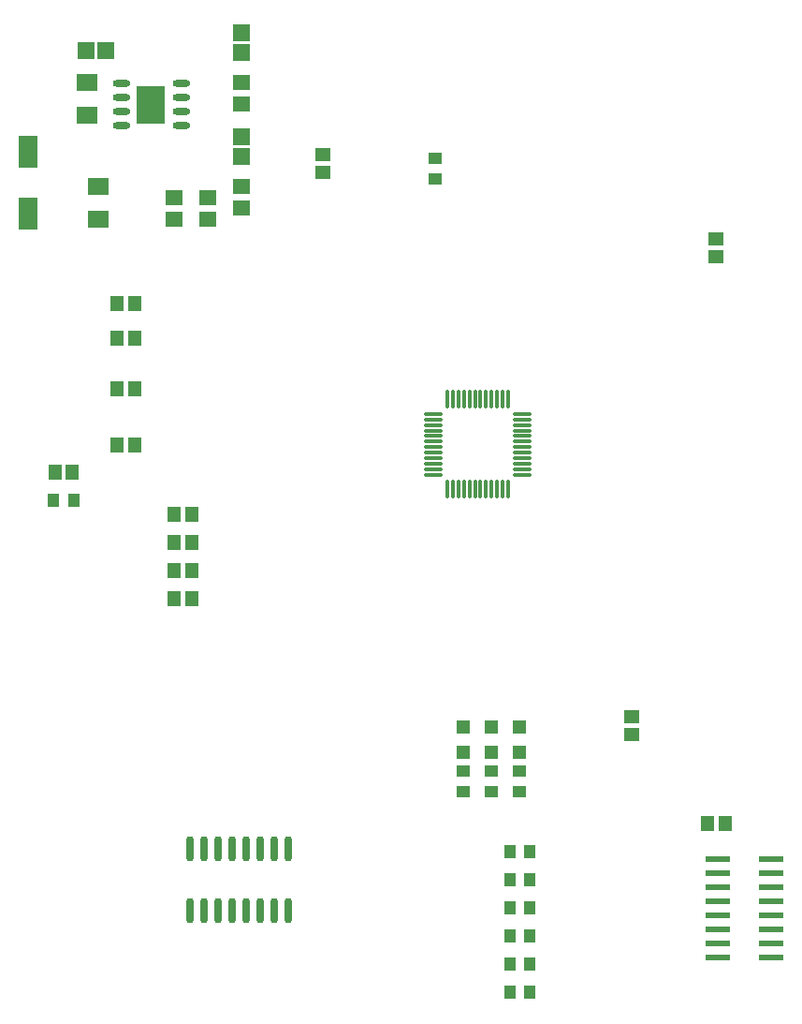
<source format=gtp>
G04 Layer_Color=7318015*
%FSLAX25Y25*%
%MOIN*%
G70*
G01*
G75*
%ADD10R,0.06693X0.11811*%
%ADD11R,0.07480X0.05906*%
%ADD12R,0.06102X0.05315*%
%ADD13R,0.06102X0.05906*%
%ADD14R,0.05906X0.06102*%
%ADD15R,0.05709X0.05118*%
%ADD16R,0.08661X0.02362*%
%ADD17R,0.05118X0.05709*%
%ADD18O,0.07087X0.01181*%
%ADD19O,0.01181X0.07087*%
%ADD20R,0.03937X0.05118*%
%ADD21R,0.05118X0.03937*%
%ADD22R,0.05118X0.04528*%
%ADD23O,0.02600X0.09000*%
%ADD24O,0.06300X0.02400*%
%ADD27R,0.10300X0.13800*%
D10*
X125000Y419000D02*
D03*
Y397000D02*
D03*
D11*
X150000Y406906D02*
D03*
Y395094D02*
D03*
X146000Y432094D02*
D03*
Y443905D02*
D03*
D12*
X177000Y402839D02*
D03*
Y395161D02*
D03*
X189000Y395161D02*
D03*
Y402839D02*
D03*
X201000Y399000D02*
D03*
Y406677D02*
D03*
Y436161D02*
D03*
Y443839D02*
D03*
D13*
Y417457D02*
D03*
Y424543D02*
D03*
Y454457D02*
D03*
Y461543D02*
D03*
D14*
X152543Y455000D02*
D03*
X145457D02*
D03*
D15*
X370000Y388150D02*
D03*
Y381850D02*
D03*
X340000Y211850D02*
D03*
Y218150D02*
D03*
X230000Y411851D02*
D03*
Y418150D02*
D03*
D16*
X370551Y167500D02*
D03*
Y162500D02*
D03*
Y157500D02*
D03*
Y152500D02*
D03*
Y147500D02*
D03*
Y142500D02*
D03*
Y137500D02*
D03*
Y132500D02*
D03*
X389449Y167500D02*
D03*
Y162500D02*
D03*
Y157500D02*
D03*
Y152500D02*
D03*
Y147500D02*
D03*
Y142500D02*
D03*
Y137500D02*
D03*
Y132500D02*
D03*
D17*
X373150Y180000D02*
D03*
X366850D02*
D03*
X183150Y270000D02*
D03*
X176850D02*
D03*
X183150Y280000D02*
D03*
X176850D02*
D03*
X183150Y260000D02*
D03*
X176850D02*
D03*
X183150Y290000D02*
D03*
X176850D02*
D03*
X140650Y305000D02*
D03*
X134351D02*
D03*
X156421Y314718D02*
D03*
X162721D02*
D03*
X156422Y352718D02*
D03*
X162721D02*
D03*
X156422Y365218D02*
D03*
X162721D02*
D03*
X156421Y334718D02*
D03*
X162721D02*
D03*
D18*
X269055Y325827D02*
D03*
Y323858D02*
D03*
Y321890D02*
D03*
Y319921D02*
D03*
X269055Y317953D02*
D03*
Y315984D02*
D03*
X269055Y314016D02*
D03*
Y312047D02*
D03*
Y310079D02*
D03*
Y308110D02*
D03*
Y306142D02*
D03*
Y304173D02*
D03*
X300945D02*
D03*
X300945Y306142D02*
D03*
X300945Y308110D02*
D03*
Y310079D02*
D03*
Y312047D02*
D03*
Y314016D02*
D03*
X300945Y315984D02*
D03*
Y317953D02*
D03*
X300945Y319921D02*
D03*
Y321890D02*
D03*
Y323858D02*
D03*
X300945Y325827D02*
D03*
D19*
X274173Y299055D02*
D03*
X276142Y299055D02*
D03*
X278110Y299055D02*
D03*
X280079Y299055D02*
D03*
X282047Y299055D02*
D03*
X284016Y299055D02*
D03*
X285984Y299055D02*
D03*
X287953Y299055D02*
D03*
X289921Y299055D02*
D03*
X291890D02*
D03*
X293858Y299055D02*
D03*
X295827Y299055D02*
D03*
Y330945D02*
D03*
X293858D02*
D03*
X291890Y330945D02*
D03*
X289921D02*
D03*
X287953Y330945D02*
D03*
X285984D02*
D03*
X284016D02*
D03*
X282047D02*
D03*
X280079Y330945D02*
D03*
X278110D02*
D03*
X276142Y330945D02*
D03*
X274173D02*
D03*
D20*
X303642Y170000D02*
D03*
X296358D02*
D03*
X303642Y160000D02*
D03*
X296358D02*
D03*
X303642Y150000D02*
D03*
X296358D02*
D03*
X303642Y140000D02*
D03*
X296358D02*
D03*
X303642Y130000D02*
D03*
X296358D02*
D03*
X303642Y120000D02*
D03*
X296358D02*
D03*
X133858Y295000D02*
D03*
X141142D02*
D03*
D21*
X270000Y416642D02*
D03*
Y409358D02*
D03*
X280000Y191358D02*
D03*
X280000Y198642D02*
D03*
X300000Y191358D02*
D03*
Y198642D02*
D03*
X290000Y191358D02*
D03*
Y198642D02*
D03*
D22*
X280000Y214429D02*
D03*
Y205571D02*
D03*
X290000Y214429D02*
D03*
Y205571D02*
D03*
X300000Y214429D02*
D03*
Y205571D02*
D03*
D23*
X217500Y171000D02*
D03*
X212500D02*
D03*
X207500D02*
D03*
X202500D02*
D03*
X197500D02*
D03*
X192500D02*
D03*
X187500D02*
D03*
X182500D02*
D03*
Y149000D02*
D03*
X187500D02*
D03*
X192500D02*
D03*
X197500D02*
D03*
X202500D02*
D03*
X207500D02*
D03*
X212500D02*
D03*
X217500D02*
D03*
D24*
X179400Y428500D02*
D03*
Y433500D02*
D03*
Y438500D02*
D03*
Y443500D02*
D03*
X158148Y428500D02*
D03*
Y433500D02*
D03*
Y438500D02*
D03*
Y443500D02*
D03*
D27*
X168650Y435900D02*
D03*
M02*

</source>
